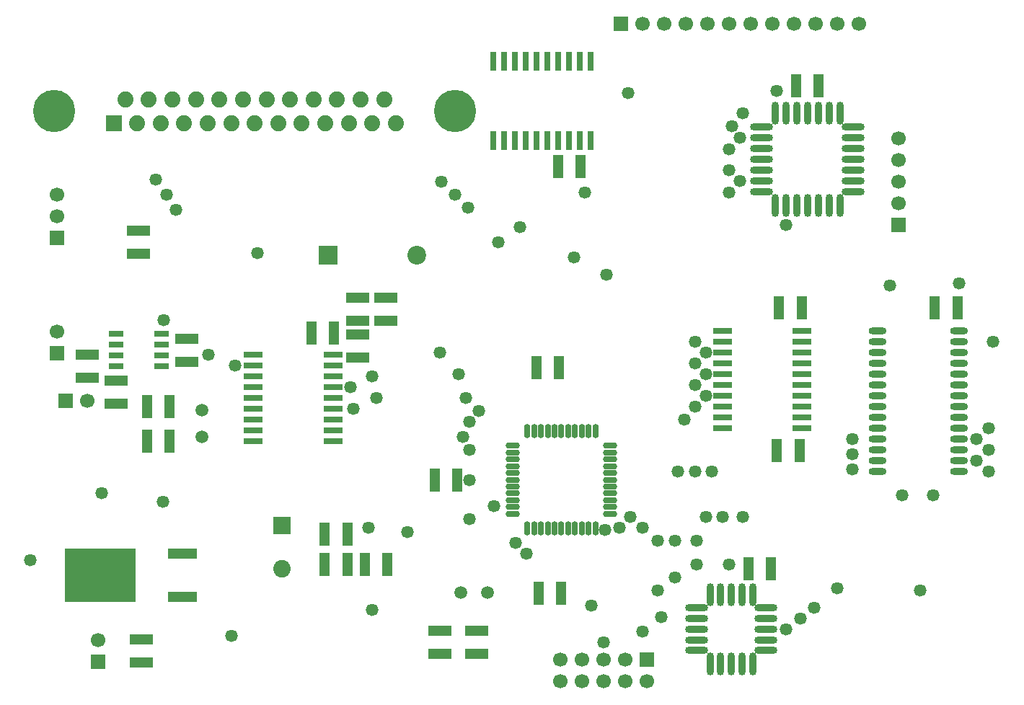
<source format=gts>
G04 Layer_Color=8388736*
%FSLAX42Y42*%
%MOMM*%
G71*
G01*
G75*
%ADD43R,2.80X1.30*%
%ADD44R,0.80X2.20*%
%ADD45R,1.30X2.80*%
%ADD46O,1.70X0.75*%
%ADD47O,0.75X1.70*%
%ADD48R,2.20X0.80*%
%ADD49O,2.10X0.80*%
%ADD50O,0.85X2.70*%
%ADD51O,2.70X0.85*%
%ADD52R,1.75X0.80*%
%ADD53R,3.40X1.20*%
%ADD54R,8.40X6.25*%
%ADD55C,1.70*%
%ADD56R,1.70X1.70*%
%ADD57R,1.70X1.70*%
%ADD58C,2.20*%
%ADD59R,2.20X2.20*%
%ADD60C,1.50*%
%ADD61C,1.89*%
%ADD62R,1.89X1.89*%
%ADD63C,4.96*%
%ADD64R,2.05X2.05*%
%ADD65C,2.05*%
%ADD66C,1.47*%
D43*
X2159Y4183D02*
D03*
Y4453D02*
D03*
X1330Y3688D02*
D03*
Y3958D02*
D03*
X997Y3992D02*
D03*
Y4262D02*
D03*
X1600Y5453D02*
D03*
Y5723D02*
D03*
X4166Y4936D02*
D03*
Y4666D02*
D03*
Y4504D02*
D03*
Y4234D02*
D03*
X4496Y4936D02*
D03*
Y4666D02*
D03*
X5131Y754D02*
D03*
Y1024D02*
D03*
X5563D02*
D03*
Y754D02*
D03*
X1626Y652D02*
D03*
Y922D02*
D03*
D44*
X6908Y7709D02*
D03*
X6781D02*
D03*
X6654D02*
D03*
X6527D02*
D03*
X6400D02*
D03*
X6273D02*
D03*
X6146D02*
D03*
X6019D02*
D03*
X5892D02*
D03*
X5765D02*
D03*
X6908Y6779D02*
D03*
X6781D02*
D03*
X6654D02*
D03*
X6527D02*
D03*
X6400D02*
D03*
X6273D02*
D03*
X6146D02*
D03*
X6019D02*
D03*
X5892D02*
D03*
X5765D02*
D03*
D45*
X9363Y3137D02*
D03*
X9093D02*
D03*
X9314Y7423D02*
D03*
X9584D02*
D03*
X6266Y4115D02*
D03*
X6536D02*
D03*
X4251Y1803D02*
D03*
X4521D02*
D03*
X3777Y1803D02*
D03*
X4047D02*
D03*
Y2159D02*
D03*
X3777D02*
D03*
X3894Y4521D02*
D03*
X3624D02*
D03*
X5072Y2794D02*
D03*
X5342D02*
D03*
X10947Y4813D02*
D03*
X11217D02*
D03*
X9118D02*
D03*
X9388D02*
D03*
X8755Y1753D02*
D03*
X9025D02*
D03*
X1694Y3658D02*
D03*
X1964D02*
D03*
X1694Y3251D02*
D03*
X1964D02*
D03*
X6790Y6477D02*
D03*
X6520D02*
D03*
X6291Y1460D02*
D03*
X6561D02*
D03*
D46*
X5986Y3195D02*
D03*
Y3115D02*
D03*
Y3035D02*
D03*
Y2955D02*
D03*
Y2875D02*
D03*
Y2795D02*
D03*
Y2715D02*
D03*
Y2635D02*
D03*
Y2555D02*
D03*
Y2475D02*
D03*
Y2395D02*
D03*
X7136D02*
D03*
Y2475D02*
D03*
Y2555D02*
D03*
Y2635D02*
D03*
Y2715D02*
D03*
Y2795D02*
D03*
Y2875D02*
D03*
Y2955D02*
D03*
Y3035D02*
D03*
Y3115D02*
D03*
Y3195D02*
D03*
D47*
X6161Y2220D02*
D03*
X6241D02*
D03*
X6321D02*
D03*
X6401D02*
D03*
X6481D02*
D03*
X6561D02*
D03*
X6641D02*
D03*
X6721D02*
D03*
X6801D02*
D03*
X6881D02*
D03*
X6961D02*
D03*
Y3370D02*
D03*
X6881D02*
D03*
X6801D02*
D03*
X6721D02*
D03*
X6641D02*
D03*
X6561D02*
D03*
X6481D02*
D03*
X6401D02*
D03*
X6321D02*
D03*
X6241D02*
D03*
X6161D02*
D03*
D48*
X3886Y3251D02*
D03*
Y3378D02*
D03*
Y3505D02*
D03*
Y3632D02*
D03*
Y3759D02*
D03*
Y3886D02*
D03*
Y4013D02*
D03*
Y4140D02*
D03*
Y4267D02*
D03*
X2946Y3251D02*
D03*
Y3378D02*
D03*
Y3505D02*
D03*
Y3632D02*
D03*
Y3759D02*
D03*
Y3886D02*
D03*
Y4013D02*
D03*
Y4140D02*
D03*
Y4267D02*
D03*
X9388Y3404D02*
D03*
Y3531D02*
D03*
Y3658D02*
D03*
Y3785D02*
D03*
Y3912D02*
D03*
Y4039D02*
D03*
Y4166D02*
D03*
Y4293D02*
D03*
Y4420D02*
D03*
Y4547D02*
D03*
X8458Y3404D02*
D03*
Y3531D02*
D03*
Y3658D02*
D03*
Y3785D02*
D03*
Y3912D02*
D03*
Y4039D02*
D03*
Y4166D02*
D03*
Y4293D02*
D03*
Y4420D02*
D03*
Y4547D02*
D03*
D49*
X11227Y2896D02*
D03*
Y3023D02*
D03*
Y3150D02*
D03*
Y3277D02*
D03*
Y3404D02*
D03*
Y3531D02*
D03*
Y3658D02*
D03*
Y3785D02*
D03*
Y3912D02*
D03*
Y4039D02*
D03*
Y4166D02*
D03*
Y4293D02*
D03*
Y4420D02*
D03*
Y4547D02*
D03*
X10277Y2896D02*
D03*
Y3023D02*
D03*
Y3150D02*
D03*
Y3277D02*
D03*
Y3404D02*
D03*
Y3531D02*
D03*
Y3658D02*
D03*
Y3785D02*
D03*
Y3912D02*
D03*
Y4039D02*
D03*
Y4166D02*
D03*
Y4293D02*
D03*
Y4420D02*
D03*
Y4547D02*
D03*
D50*
X8306Y1448D02*
D03*
X8431D02*
D03*
X8556D02*
D03*
X8681D02*
D03*
X8806D02*
D03*
Y633D02*
D03*
X8681D02*
D03*
X8556D02*
D03*
X8431D02*
D03*
X8306D02*
D03*
X9830Y7100D02*
D03*
X9703D02*
D03*
X9576D02*
D03*
X9449D02*
D03*
X9322D02*
D03*
X9195D02*
D03*
X9068D02*
D03*
Y6020D02*
D03*
X9195D02*
D03*
X9322D02*
D03*
X9449D02*
D03*
X9576D02*
D03*
X9703D02*
D03*
X9830D02*
D03*
D51*
X8963Y1290D02*
D03*
Y1165D02*
D03*
Y1040D02*
D03*
Y915D02*
D03*
Y790D02*
D03*
X8148D02*
D03*
Y915D02*
D03*
Y1040D02*
D03*
Y1165D02*
D03*
Y1290D02*
D03*
X9989Y6179D02*
D03*
Y6306D02*
D03*
Y6433D02*
D03*
Y6560D02*
D03*
Y6687D02*
D03*
Y6814D02*
D03*
Y6941D02*
D03*
X8909D02*
D03*
Y6814D02*
D03*
Y6687D02*
D03*
Y6560D02*
D03*
Y6433D02*
D03*
Y6306D02*
D03*
Y6179D02*
D03*
D52*
X1870Y4128D02*
D03*
Y4254D02*
D03*
Y4381D02*
D03*
Y4508D02*
D03*
X1330Y4128D02*
D03*
Y4254D02*
D03*
Y4381D02*
D03*
Y4508D02*
D03*
D53*
X2113Y1422D02*
D03*
Y1930D02*
D03*
D54*
X1143Y1676D02*
D03*
D55*
X6553Y432D02*
D03*
Y686D02*
D03*
X6807Y432D02*
D03*
Y686D02*
D03*
X7061Y432D02*
D03*
Y686D02*
D03*
X7315Y432D02*
D03*
Y686D02*
D03*
X7569Y432D02*
D03*
X10058Y8153D02*
D03*
X9804D02*
D03*
X9550D02*
D03*
X9296D02*
D03*
X9042D02*
D03*
X8788D02*
D03*
X8534D02*
D03*
X8280D02*
D03*
X8026D02*
D03*
X7772D02*
D03*
X7518D02*
D03*
X635Y5893D02*
D03*
Y6147D02*
D03*
Y4534D02*
D03*
X997Y3721D02*
D03*
X10516Y6807D02*
D03*
Y6553D02*
D03*
Y6299D02*
D03*
Y6045D02*
D03*
X1118Y914D02*
D03*
D56*
X7569Y686D02*
D03*
X7264Y8153D02*
D03*
X743Y3721D02*
D03*
D57*
X635Y5639D02*
D03*
Y4280D02*
D03*
X10516Y5791D02*
D03*
X1118Y660D02*
D03*
D58*
X4866Y5436D02*
D03*
D59*
X3820D02*
D03*
D60*
X2337Y3299D02*
D03*
Y3609D02*
D03*
X5692Y1473D02*
D03*
X5382D02*
D03*
D61*
X4617Y6980D02*
D03*
X4479Y7264D02*
D03*
X4341Y6980D02*
D03*
X4203Y7264D02*
D03*
X4065Y6980D02*
D03*
X3927Y7264D02*
D03*
X3789Y6980D02*
D03*
X3651Y7264D02*
D03*
X3513Y6980D02*
D03*
X3375Y7264D02*
D03*
X3237Y6980D02*
D03*
X3099Y7264D02*
D03*
X2961Y6980D02*
D03*
X2823Y7264D02*
D03*
X2685Y6980D02*
D03*
X2547Y7264D02*
D03*
X2409Y6980D02*
D03*
X2270Y7264D02*
D03*
X2132Y6980D02*
D03*
X1994Y7264D02*
D03*
X1856Y6980D02*
D03*
X1718Y7264D02*
D03*
X1580Y6980D02*
D03*
X1442Y7264D02*
D03*
D62*
X1304Y6980D02*
D03*
D63*
X608Y7122D02*
D03*
X5313D02*
D03*
D64*
X3277Y2261D02*
D03*
D65*
Y1753D02*
D03*
D66*
X2692Y965D02*
D03*
X1168Y2642D02*
D03*
X330Y1854D02*
D03*
X10770Y1499D02*
D03*
X7341Y7341D02*
D03*
X4750Y2184D02*
D03*
X2997Y5461D02*
D03*
X6071Y5766D02*
D03*
X5817Y5588D02*
D03*
X5131Y4293D02*
D03*
X4343Y1270D02*
D03*
X7518Y1016D02*
D03*
X7061Y889D02*
D03*
X7734Y1181D02*
D03*
X6909Y1321D02*
D03*
X5359Y4039D02*
D03*
X5461Y5994D02*
D03*
X5309Y6147D02*
D03*
X5156Y6299D02*
D03*
X1930Y6147D02*
D03*
X2032Y5969D02*
D03*
X8534Y1803D02*
D03*
X1880Y2540D02*
D03*
X2413Y4267D02*
D03*
X5486Y2337D02*
D03*
X8128Y4420D02*
D03*
X11227Y5105D02*
D03*
X10414Y5080D02*
D03*
X9195Y5791D02*
D03*
X6833Y6172D02*
D03*
X8560Y6947D02*
D03*
X8687Y7100D02*
D03*
X8534Y6433D02*
D03*
Y6172D02*
D03*
X8661Y6306D02*
D03*
X8534Y6680D02*
D03*
X8661Y6814D02*
D03*
X9093Y7366D02*
D03*
X6706Y5410D02*
D03*
X7087Y5207D02*
D03*
X8001Y3505D02*
D03*
X8128Y3658D02*
D03*
X8255Y3785D02*
D03*
X8128Y3912D02*
D03*
Y4166D02*
D03*
X8255Y4039D02*
D03*
Y4293D02*
D03*
X7239Y2235D02*
D03*
X7518D02*
D03*
X7071Y2210D02*
D03*
X7366Y2362D02*
D03*
X8331Y2896D02*
D03*
X8128D02*
D03*
X7925D02*
D03*
X8687Y2362D02*
D03*
X8458D02*
D03*
X8255D02*
D03*
X8153Y2083D02*
D03*
X7899D02*
D03*
X7696D02*
D03*
X8153Y1803D02*
D03*
X7899Y1651D02*
D03*
X7696Y1499D02*
D03*
X9195Y1041D02*
D03*
X9369Y1165D02*
D03*
X9525Y1295D02*
D03*
X10922Y2616D02*
D03*
X10566D02*
D03*
X11633Y4420D02*
D03*
X11582Y3404D02*
D03*
X11430Y3277D02*
D03*
X11582Y2896D02*
D03*
Y3150D02*
D03*
X11430Y3023D02*
D03*
X9982Y2921D02*
D03*
Y3099D02*
D03*
Y3277D02*
D03*
X6020Y2057D02*
D03*
X6147Y1930D02*
D03*
X5766Y2489D02*
D03*
X5486Y2794D02*
D03*
X5436Y3759D02*
D03*
X5588Y3607D02*
D03*
X5486Y3480D02*
D03*
X5410Y3302D02*
D03*
X5486Y3150D02*
D03*
X1803Y6325D02*
D03*
X4343Y4013D02*
D03*
X4394Y3759D02*
D03*
X4089Y3886D02*
D03*
X4115Y3632D02*
D03*
X4293Y2235D02*
D03*
X1892Y4674D02*
D03*
X2730Y4140D02*
D03*
X9804Y1524D02*
D03*
M02*

</source>
